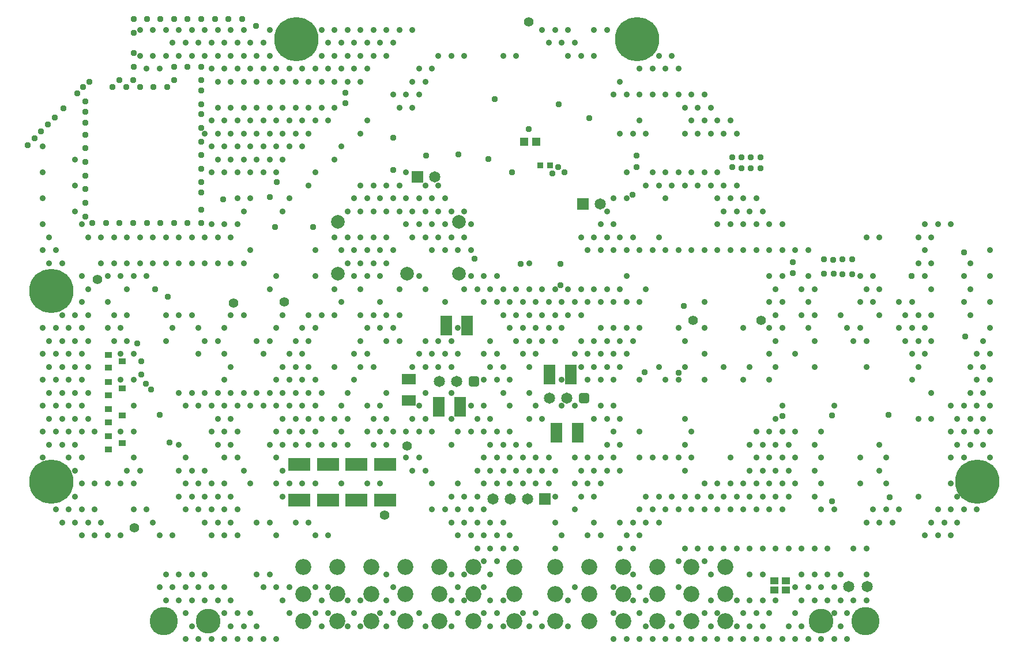
<source format=gbs>
G04*
G04 #@! TF.GenerationSoftware,Altium Limited,Altium Designer,21.8.1 (53)*
G04*
G04 Layer_Color=16711935*
%FSLAX25Y25*%
%MOIN*%
G70*
G04*
G04 #@! TF.SameCoordinates,51FB6EBF-7DE9-4BFC-9D62-BDCD563EF873*
G04*
G04*
G04 #@! TF.FilePolarity,Negative*
G04*
G01*
G75*
%ADD62R,0.04931X0.04931*%
%ADD65R,0.04537X0.04143*%
%ADD75R,0.04143X0.03750*%
G04:AMPARAMS|DCode=81|XSize=61.12mil|YSize=61.12mil|CornerRadius=16.78mil|HoleSize=0mil|Usage=FLASHONLY|Rotation=180.000|XOffset=0mil|YOffset=0mil|HoleType=Round|Shape=RoundedRectangle|*
%AMROUNDEDRECTD81*
21,1,0.06112,0.02756,0,0,180.0*
21,1,0.02756,0.06112,0,0,180.0*
1,1,0.03356,-0.01378,0.01378*
1,1,0.03356,0.01378,0.01378*
1,1,0.03356,0.01378,-0.01378*
1,1,0.03356,-0.01378,-0.01378*
%
%ADD81ROUNDEDRECTD81*%
%ADD82C,0.06506*%
%ADD83C,0.07900*%
%ADD84R,0.06506X0.06506*%
%ADD85C,0.09261*%
%ADD86C,0.03600*%
%ADD87C,0.03700*%
%ADD88C,0.05600*%
%ADD89C,0.25600*%
%ADD90C,0.14379*%
%ADD91C,0.16348*%
%ADD113R,0.06506X0.11624*%
%ADD114R,0.03356X0.03356*%
%ADD115R,0.13002X0.07608*%
%ADD116R,0.08080X0.05915*%
D62*
X622835Y535236D02*
D03*
X615748D02*
D03*
D65*
X760433Y276037D02*
D03*
X767126D02*
D03*
Y281181D02*
D03*
X760433D02*
D03*
D75*
X375590Y357368D02*
D03*
Y364848D02*
D03*
X383465Y361108D02*
D03*
X375590Y404485D02*
D03*
Y411966D02*
D03*
X383465Y408225D02*
D03*
X375590Y388779D02*
D03*
Y396260D02*
D03*
X383465Y392520D02*
D03*
X375590Y373074D02*
D03*
Y380554D02*
D03*
X383465Y376814D02*
D03*
D81*
X650551Y386811D02*
D03*
X586772Y396732D02*
D03*
D82*
X640551Y386811D02*
D03*
X630551D02*
D03*
X597717Y328740D02*
D03*
X607717D02*
D03*
X617717D02*
D03*
X659803Y499409D02*
D03*
X566772Y396732D02*
D03*
X576772D02*
D03*
X563976Y514961D02*
D03*
X803543Y277953D02*
D03*
X814173D02*
D03*
D83*
X508032Y489055D02*
D03*
X578031D02*
D03*
Y459055D02*
D03*
X548032D02*
D03*
X508032D02*
D03*
D84*
X627716Y328740D02*
D03*
X649803Y499409D02*
D03*
X553976Y514961D02*
D03*
D85*
X507874Y273622D02*
D03*
Y289370D02*
D03*
X732283D02*
D03*
Y273622D02*
D03*
Y257874D02*
D03*
X712598Y289370D02*
D03*
Y273622D02*
D03*
Y257874D02*
D03*
X692913Y289370D02*
D03*
Y273622D02*
D03*
Y257874D02*
D03*
X673228Y289370D02*
D03*
Y273622D02*
D03*
Y257874D02*
D03*
X653543Y289370D02*
D03*
Y273622D02*
D03*
Y257874D02*
D03*
X633858Y289370D02*
D03*
Y273622D02*
D03*
Y257874D02*
D03*
X610236Y289370D02*
D03*
Y273622D02*
D03*
Y257874D02*
D03*
X586614Y289370D02*
D03*
Y273622D02*
D03*
Y257874D02*
D03*
X566929Y289370D02*
D03*
Y273622D02*
D03*
Y257874D02*
D03*
X547244Y289370D02*
D03*
Y273622D02*
D03*
Y257874D02*
D03*
X527559Y289370D02*
D03*
Y273622D02*
D03*
Y257874D02*
D03*
X507874D02*
D03*
X488189Y289370D02*
D03*
Y273622D02*
D03*
Y257874D02*
D03*
D86*
X885000Y472500D02*
D03*
Y457500D02*
D03*
Y442500D02*
D03*
Y427500D02*
D03*
Y412500D02*
D03*
Y397500D02*
D03*
Y382500D02*
D03*
Y367500D02*
D03*
Y352500D02*
D03*
X881250Y420000D02*
D03*
X877500Y412500D02*
D03*
X881250Y405000D02*
D03*
X877500Y397500D02*
D03*
X881250Y390000D02*
D03*
X877500Y382500D02*
D03*
X881250Y375000D02*
D03*
X877500Y367500D02*
D03*
X881250Y360000D02*
D03*
X877500Y322500D02*
D03*
X873750Y465000D02*
D03*
X870000Y457500D02*
D03*
X873750Y450000D02*
D03*
X870000Y442500D02*
D03*
X873750Y435000D02*
D03*
Y405000D02*
D03*
Y390000D02*
D03*
X870000Y382500D02*
D03*
X873750Y375000D02*
D03*
X870000Y367500D02*
D03*
X873750Y360000D02*
D03*
X870000Y352500D02*
D03*
Y322500D02*
D03*
X862500Y487500D02*
D03*
Y382500D02*
D03*
X866250Y375000D02*
D03*
X862500Y367500D02*
D03*
X866250Y360000D02*
D03*
X862500Y352500D02*
D03*
Y337500D02*
D03*
X866250Y330000D02*
D03*
X862500Y322500D02*
D03*
X866250Y315000D02*
D03*
X862500Y307500D02*
D03*
X855000Y487500D02*
D03*
Y322500D02*
D03*
X858750Y315000D02*
D03*
X855000Y307500D02*
D03*
X847500Y487500D02*
D03*
X851250Y480000D02*
D03*
X847500Y472500D02*
D03*
X851250Y465000D02*
D03*
X847500Y457500D02*
D03*
X851250Y450000D02*
D03*
Y435000D02*
D03*
X847500Y427500D02*
D03*
X851250Y420000D02*
D03*
X847500Y412500D02*
D03*
X851250Y390000D02*
D03*
Y375000D02*
D03*
Y315000D02*
D03*
X847500Y307500D02*
D03*
X843750Y480000D02*
D03*
Y465000D02*
D03*
X840000Y442500D02*
D03*
X843750Y435000D02*
D03*
X840000Y427500D02*
D03*
X843750Y420000D02*
D03*
X840000Y412500D02*
D03*
X843750Y405000D02*
D03*
X840000Y397500D02*
D03*
X843750Y375000D02*
D03*
Y330000D02*
D03*
X832500Y442500D02*
D03*
X836250Y435000D02*
D03*
X832500Y427500D02*
D03*
X836250Y420000D02*
D03*
X832500Y322500D02*
D03*
X825000Y352500D02*
D03*
Y337500D02*
D03*
Y322500D02*
D03*
X828750Y315000D02*
D03*
X821250Y480000D02*
D03*
X817500Y457500D02*
D03*
X821250Y450000D02*
D03*
X817500Y442500D02*
D03*
X821250Y435000D02*
D03*
Y360000D02*
D03*
Y345000D02*
D03*
X817500Y322500D02*
D03*
X821250Y315000D02*
D03*
X813750Y480000D02*
D03*
X810000Y457500D02*
D03*
X813750Y450000D02*
D03*
X810000Y442500D02*
D03*
Y427500D02*
D03*
X813750Y420000D02*
D03*
Y405000D02*
D03*
X810000Y352500D02*
D03*
Y337500D02*
D03*
X813750Y315000D02*
D03*
Y300000D02*
D03*
Y285000D02*
D03*
Y270000D02*
D03*
X802500Y427500D02*
D03*
X806250Y420000D02*
D03*
Y300000D02*
D03*
Y270000D02*
D03*
X802500Y262500D02*
D03*
Y247500D02*
D03*
X798750Y435000D02*
D03*
X795000Y382500D02*
D03*
Y322500D02*
D03*
X798750Y285000D02*
D03*
X795000Y277500D02*
D03*
X798750Y270000D02*
D03*
X795000Y262500D02*
D03*
X798750Y255000D02*
D03*
X795000Y247500D02*
D03*
X787500Y367500D02*
D03*
Y352500D02*
D03*
Y337500D02*
D03*
Y322500D02*
D03*
X791250Y300000D02*
D03*
Y285000D02*
D03*
X787500Y277500D02*
D03*
X791250Y270000D02*
D03*
X787500Y247500D02*
D03*
X780000Y472500D02*
D03*
Y457500D02*
D03*
X783750Y450000D02*
D03*
X780000Y442500D02*
D03*
X783750Y435000D02*
D03*
X780000Y427500D02*
D03*
X783750Y420000D02*
D03*
Y405000D02*
D03*
Y360000D02*
D03*
Y345000D02*
D03*
Y330000D02*
D03*
Y300000D02*
D03*
Y285000D02*
D03*
X780000Y277500D02*
D03*
X783750Y270000D02*
D03*
X780000Y247500D02*
D03*
X772500Y472500D02*
D03*
X776250Y450000D02*
D03*
Y435000D02*
D03*
X772500Y412500D02*
D03*
Y367500D02*
D03*
Y352500D02*
D03*
Y337500D02*
D03*
X776250Y300000D02*
D03*
Y285000D02*
D03*
X772500Y277500D02*
D03*
X776250Y270000D02*
D03*
X772500Y262500D02*
D03*
X776250Y255000D02*
D03*
X772500Y247500D02*
D03*
X765000Y487500D02*
D03*
Y472500D02*
D03*
Y457500D02*
D03*
Y442500D02*
D03*
Y427500D02*
D03*
Y382500D02*
D03*
Y367500D02*
D03*
X768750Y360000D02*
D03*
X765000Y352500D02*
D03*
X768750Y345000D02*
D03*
X765000Y337500D02*
D03*
X768750Y330000D02*
D03*
X765000Y322500D02*
D03*
X768750Y300000D02*
D03*
Y255000D02*
D03*
X765000Y247500D02*
D03*
X757500Y487500D02*
D03*
Y472500D02*
D03*
Y457500D02*
D03*
X761250Y450000D02*
D03*
X757500Y442500D02*
D03*
X761250Y435000D02*
D03*
X757500Y427500D02*
D03*
X761250Y420000D02*
D03*
X757500Y412500D02*
D03*
X761250Y405000D02*
D03*
X757500Y397500D02*
D03*
X761250Y375000D02*
D03*
X757500Y367500D02*
D03*
X761250Y360000D02*
D03*
X757500Y352500D02*
D03*
X761250Y345000D02*
D03*
X757500Y337500D02*
D03*
X761250Y330000D02*
D03*
X757500Y322500D02*
D03*
X761250Y300000D02*
D03*
Y270000D02*
D03*
X757500Y262500D02*
D03*
Y247500D02*
D03*
X750000Y502500D02*
D03*
X753750Y495000D02*
D03*
X750000Y487500D02*
D03*
Y472500D02*
D03*
Y367500D02*
D03*
X753750Y360000D02*
D03*
X750000Y352500D02*
D03*
X753750Y345000D02*
D03*
X750000Y337500D02*
D03*
X753750Y330000D02*
D03*
X750000Y322500D02*
D03*
X753750Y300000D02*
D03*
Y285000D02*
D03*
Y270000D02*
D03*
X750000Y262500D02*
D03*
X753750Y255000D02*
D03*
X750000Y247500D02*
D03*
X742500Y502500D02*
D03*
X746250Y495000D02*
D03*
X742500Y487500D02*
D03*
Y472500D02*
D03*
Y427500D02*
D03*
X746250Y405000D02*
D03*
X742500Y397500D02*
D03*
X746250Y360000D02*
D03*
Y345000D02*
D03*
X742500Y337500D02*
D03*
X746250Y330000D02*
D03*
X742500Y322500D02*
D03*
X746250Y300000D02*
D03*
Y285000D02*
D03*
Y270000D02*
D03*
X742500Y262500D02*
D03*
X746250Y255000D02*
D03*
X742500Y247500D02*
D03*
X735000Y547500D02*
D03*
X738750Y540000D02*
D03*
Y510000D02*
D03*
X735000Y502500D02*
D03*
X738750Y495000D02*
D03*
X735000Y487500D02*
D03*
Y472500D02*
D03*
Y352500D02*
D03*
Y337500D02*
D03*
X738750Y330000D02*
D03*
X735000Y322500D02*
D03*
X738750Y300000D02*
D03*
Y270000D02*
D03*
Y255000D02*
D03*
X735000Y247500D02*
D03*
X727500Y547500D02*
D03*
X731250Y540000D02*
D03*
X727500Y517500D02*
D03*
X731250Y510000D02*
D03*
X727500Y502500D02*
D03*
X731250Y495000D02*
D03*
X727500Y487500D02*
D03*
Y472500D02*
D03*
X731250Y405000D02*
D03*
X727500Y337500D02*
D03*
X731250Y330000D02*
D03*
X727500Y322500D02*
D03*
X731250Y300000D02*
D03*
X727500Y262500D02*
D03*
Y247500D02*
D03*
X720000Y562500D02*
D03*
X723750Y555000D02*
D03*
X720000Y547500D02*
D03*
X723750Y540000D02*
D03*
X720000Y517500D02*
D03*
X723750Y510000D02*
D03*
X720000Y472500D02*
D03*
Y442500D02*
D03*
Y427500D02*
D03*
Y412500D02*
D03*
Y397500D02*
D03*
Y337500D02*
D03*
X723750Y330000D02*
D03*
X720000Y322500D02*
D03*
X723750Y300000D02*
D03*
X720000Y292500D02*
D03*
X723750Y285000D02*
D03*
Y270000D02*
D03*
X720000Y262500D02*
D03*
X723750Y255000D02*
D03*
X720000Y247500D02*
D03*
X712500Y562500D02*
D03*
X716250Y555000D02*
D03*
X712500Y547500D02*
D03*
X716250Y540000D02*
D03*
X712500Y517500D02*
D03*
X716250Y510000D02*
D03*
X712500Y472500D02*
D03*
Y367500D02*
D03*
Y352500D02*
D03*
X716250Y330000D02*
D03*
X712500Y322500D02*
D03*
X716250Y300000D02*
D03*
X712500Y247500D02*
D03*
X705000Y577500D02*
D03*
Y562500D02*
D03*
X708750Y555000D02*
D03*
Y540000D02*
D03*
X705000Y517500D02*
D03*
X708750Y510000D02*
D03*
X705000Y472500D02*
D03*
Y427500D02*
D03*
X708750Y420000D02*
D03*
Y405000D02*
D03*
X705000Y397500D02*
D03*
X708750Y375000D02*
D03*
Y360000D02*
D03*
X705000Y352500D02*
D03*
X708750Y345000D02*
D03*
Y330000D02*
D03*
X705000Y322500D02*
D03*
X708750Y300000D02*
D03*
X705000Y292500D02*
D03*
Y277500D02*
D03*
Y262500D02*
D03*
Y247500D02*
D03*
X701250Y585000D02*
D03*
X697500Y577500D02*
D03*
Y562500D02*
D03*
Y517500D02*
D03*
X701250Y510000D02*
D03*
X697500Y502500D02*
D03*
Y472500D02*
D03*
Y397500D02*
D03*
Y352500D02*
D03*
X701250Y330000D02*
D03*
X697500Y322500D02*
D03*
X701250Y255000D02*
D03*
X697500Y247500D02*
D03*
X693750Y585000D02*
D03*
X690000Y577500D02*
D03*
Y562500D02*
D03*
Y517500D02*
D03*
X693750Y510000D02*
D03*
Y480000D02*
D03*
X690000Y472500D02*
D03*
X693750Y405000D02*
D03*
X690000Y352500D02*
D03*
X693750Y330000D02*
D03*
X690000Y322500D02*
D03*
X693750Y315000D02*
D03*
X690000Y247500D02*
D03*
X682500Y577500D02*
D03*
Y562500D02*
D03*
Y547500D02*
D03*
X686250Y540000D02*
D03*
Y510000D02*
D03*
X682500Y472500D02*
D03*
X686250Y450000D02*
D03*
X682500Y442500D02*
D03*
Y427500D02*
D03*
Y397500D02*
D03*
Y367500D02*
D03*
Y352500D02*
D03*
X686250Y330000D02*
D03*
X682500Y322500D02*
D03*
X686250Y315000D02*
D03*
X682500Y307500D02*
D03*
Y277500D02*
D03*
X686250Y270000D02*
D03*
X682500Y262500D02*
D03*
X686250Y255000D02*
D03*
X682500Y247500D02*
D03*
X675000Y562500D02*
D03*
X678750Y540000D02*
D03*
X675000Y517500D02*
D03*
Y502500D02*
D03*
X678750Y480000D02*
D03*
X675000Y472500D02*
D03*
Y457500D02*
D03*
Y442500D02*
D03*
Y427500D02*
D03*
X678750Y420000D02*
D03*
X675000Y412500D02*
D03*
X678750Y315000D02*
D03*
X675000Y307500D02*
D03*
X678750Y300000D02*
D03*
Y285000D02*
D03*
Y270000D02*
D03*
X675000Y247500D02*
D03*
X671250Y570000D02*
D03*
X667500Y562500D02*
D03*
X671250Y540000D02*
D03*
X667500Y502500D02*
D03*
Y487500D02*
D03*
X671250Y480000D02*
D03*
X667500Y472500D02*
D03*
X671250Y450000D02*
D03*
X667500Y442500D02*
D03*
Y427500D02*
D03*
X671250Y420000D02*
D03*
X667500Y412500D02*
D03*
X671250Y405000D02*
D03*
X667500Y397500D02*
D03*
Y382500D02*
D03*
X671250Y375000D02*
D03*
X667500Y367500D02*
D03*
X671250Y360000D02*
D03*
X667500Y352500D02*
D03*
X671250Y345000D02*
D03*
Y315000D02*
D03*
Y300000D02*
D03*
X667500Y277500D02*
D03*
Y262500D02*
D03*
Y247500D02*
D03*
X663750Y600000D02*
D03*
Y495000D02*
D03*
X660000Y487500D02*
D03*
X663750Y480000D02*
D03*
X660000Y472500D02*
D03*
X663750Y450000D02*
D03*
X660000Y442500D02*
D03*
Y427500D02*
D03*
X663750Y420000D02*
D03*
X660000Y412500D02*
D03*
X663750Y405000D02*
D03*
X660000Y397500D02*
D03*
Y382500D02*
D03*
X663750Y375000D02*
D03*
Y360000D02*
D03*
X660000Y352500D02*
D03*
X663750Y345000D02*
D03*
X660000Y337500D02*
D03*
Y307500D02*
D03*
X656250Y600000D02*
D03*
Y585000D02*
D03*
Y480000D02*
D03*
X652500Y472500D02*
D03*
X656250Y450000D02*
D03*
X652500Y442500D02*
D03*
X656250Y420000D02*
D03*
X652500Y412500D02*
D03*
X656250Y405000D02*
D03*
X652500Y397500D02*
D03*
X656250Y375000D02*
D03*
X652500Y352500D02*
D03*
X656250Y345000D02*
D03*
X652500Y337500D02*
D03*
X656250Y330000D02*
D03*
Y315000D02*
D03*
X652500Y307500D02*
D03*
X645000Y592500D02*
D03*
X648750Y585000D02*
D03*
Y480000D02*
D03*
Y450000D02*
D03*
X645000Y442500D02*
D03*
X648750Y435000D02*
D03*
Y420000D02*
D03*
X645000Y412500D02*
D03*
X648750Y405000D02*
D03*
X645000Y382500D02*
D03*
Y352500D02*
D03*
X648750Y345000D02*
D03*
X645000Y337500D02*
D03*
X648750Y330000D02*
D03*
X645000Y322500D02*
D03*
Y277500D02*
D03*
X641250Y600000D02*
D03*
X637500Y592500D02*
D03*
X641250Y585000D02*
D03*
Y450000D02*
D03*
X637500Y442500D02*
D03*
X641250Y435000D02*
D03*
X637500Y427500D02*
D03*
Y397500D02*
D03*
Y382500D02*
D03*
Y307500D02*
D03*
X641250Y270000D02*
D03*
Y255000D02*
D03*
X633750Y600000D02*
D03*
X630000Y592500D02*
D03*
X633750Y450000D02*
D03*
X630000Y442500D02*
D03*
X633750Y435000D02*
D03*
X630000Y427500D02*
D03*
X633750Y420000D02*
D03*
X630000Y352500D02*
D03*
X633750Y345000D02*
D03*
X630000Y337500D02*
D03*
X633750Y330000D02*
D03*
Y315000D02*
D03*
Y300000D02*
D03*
X626250Y600000D02*
D03*
Y450000D02*
D03*
X622500Y442500D02*
D03*
X626250Y435000D02*
D03*
X622500Y427500D02*
D03*
X626250Y420000D02*
D03*
X622500Y412500D02*
D03*
Y382500D02*
D03*
X626250Y375000D02*
D03*
X622500Y352500D02*
D03*
X626250Y345000D02*
D03*
X622500Y337500D02*
D03*
Y262500D02*
D03*
X626250Y255000D02*
D03*
X618750Y465000D02*
D03*
Y450000D02*
D03*
X615000Y442500D02*
D03*
X618750Y435000D02*
D03*
X615000Y427500D02*
D03*
X618750Y420000D02*
D03*
X615000Y412500D02*
D03*
X618750Y405000D02*
D03*
Y390000D02*
D03*
Y375000D02*
D03*
Y360000D02*
D03*
X615000Y352500D02*
D03*
X618750Y345000D02*
D03*
X615000Y337500D02*
D03*
Y262500D02*
D03*
X618750Y255000D02*
D03*
X611250Y585000D02*
D03*
Y450000D02*
D03*
X607500Y442500D02*
D03*
X611250Y435000D02*
D03*
X607500Y427500D02*
D03*
X611250Y420000D02*
D03*
X607500Y397500D02*
D03*
Y382500D02*
D03*
Y367500D02*
D03*
X611250Y360000D02*
D03*
X607500Y352500D02*
D03*
X611250Y345000D02*
D03*
X607500Y337500D02*
D03*
Y307500D02*
D03*
X611250Y300000D02*
D03*
X603750Y585000D02*
D03*
X600000Y457500D02*
D03*
X603750Y450000D02*
D03*
X600000Y442500D02*
D03*
X603750Y435000D02*
D03*
X600000Y412500D02*
D03*
X603750Y405000D02*
D03*
X600000Y397500D02*
D03*
X603750Y390000D02*
D03*
X600000Y367500D02*
D03*
X603750Y360000D02*
D03*
X600000Y352500D02*
D03*
X603750Y345000D02*
D03*
X600000Y337500D02*
D03*
X603750Y315000D02*
D03*
X600000Y307500D02*
D03*
X603750Y300000D02*
D03*
X600000Y292500D02*
D03*
X603750Y270000D02*
D03*
X600000Y262500D02*
D03*
X603750Y255000D02*
D03*
X592500Y457500D02*
D03*
X596250Y450000D02*
D03*
X592500Y442500D02*
D03*
X596250Y420000D02*
D03*
X592500Y412500D02*
D03*
X596250Y405000D02*
D03*
X592500Y397500D02*
D03*
Y382500D02*
D03*
X596250Y375000D02*
D03*
X592500Y367500D02*
D03*
X596250Y360000D02*
D03*
X592500Y352500D02*
D03*
X596250Y345000D02*
D03*
X592500Y337500D02*
D03*
Y322500D02*
D03*
X596250Y315000D02*
D03*
X592500Y307500D02*
D03*
X596250Y300000D02*
D03*
X592500Y292500D02*
D03*
X596250Y285000D02*
D03*
X592500Y277500D02*
D03*
X596250Y270000D02*
D03*
X592500Y262500D02*
D03*
X596250Y255000D02*
D03*
X585000Y487500D02*
D03*
Y472500D02*
D03*
Y457500D02*
D03*
X588750Y450000D02*
D03*
X585000Y382500D02*
D03*
X588750Y375000D02*
D03*
X585000Y367500D02*
D03*
X588750Y345000D02*
D03*
Y330000D02*
D03*
X585000Y322500D02*
D03*
X588750Y315000D02*
D03*
X585000Y307500D02*
D03*
X588750Y300000D02*
D03*
X581250Y585000D02*
D03*
Y495000D02*
D03*
Y480000D02*
D03*
X577500Y472500D02*
D03*
X581250Y450000D02*
D03*
X577500Y427500D02*
D03*
Y412500D02*
D03*
Y367500D02*
D03*
Y337500D02*
D03*
X581250Y330000D02*
D03*
X577500Y322500D02*
D03*
X581250Y315000D02*
D03*
X577500Y307500D02*
D03*
X581250Y285000D02*
D03*
X577500Y277500D02*
D03*
X581250Y270000D02*
D03*
X577500Y262500D02*
D03*
X573750Y585000D02*
D03*
X570000Y502500D02*
D03*
X573750Y495000D02*
D03*
X570000Y487500D02*
D03*
X573750Y480000D02*
D03*
X570000Y472500D02*
D03*
Y442500D02*
D03*
X573750Y420000D02*
D03*
X570000Y412500D02*
D03*
X573750Y405000D02*
D03*
Y390000D02*
D03*
Y375000D02*
D03*
Y360000D02*
D03*
Y330000D02*
D03*
X570000Y322500D02*
D03*
X573750Y315000D02*
D03*
Y285000D02*
D03*
Y270000D02*
D03*
Y255000D02*
D03*
X566250Y585000D02*
D03*
X562500Y577500D02*
D03*
X566250Y510000D02*
D03*
X562500Y502500D02*
D03*
X566250Y495000D02*
D03*
X562500Y487500D02*
D03*
X566250Y480000D02*
D03*
X562500Y472500D02*
D03*
X566250Y420000D02*
D03*
X562500Y412500D02*
D03*
X566250Y405000D02*
D03*
X562500Y367500D02*
D03*
Y337500D02*
D03*
Y322500D02*
D03*
X555000Y577500D02*
D03*
X558750Y570000D02*
D03*
X555000Y562500D02*
D03*
X558750Y510000D02*
D03*
X555000Y502500D02*
D03*
X558750Y495000D02*
D03*
X555000Y487500D02*
D03*
X558750Y480000D02*
D03*
X555000Y457500D02*
D03*
X558750Y450000D02*
D03*
Y420000D02*
D03*
X555000Y412500D02*
D03*
X558750Y405000D02*
D03*
Y390000D02*
D03*
X555000Y382500D02*
D03*
X558750Y375000D02*
D03*
X555000Y367500D02*
D03*
Y352500D02*
D03*
X558750Y345000D02*
D03*
X555000Y262500D02*
D03*
X558750Y255000D02*
D03*
X551250Y600000D02*
D03*
Y570000D02*
D03*
X547500Y562500D02*
D03*
X551250Y555000D02*
D03*
X547500Y517500D02*
D03*
Y502500D02*
D03*
X551250Y495000D02*
D03*
X547500Y487500D02*
D03*
X551250Y480000D02*
D03*
Y405000D02*
D03*
Y375000D02*
D03*
X547500Y367500D02*
D03*
Y352500D02*
D03*
X551250Y345000D02*
D03*
X543750Y600000D02*
D03*
X540000Y592500D02*
D03*
Y562500D02*
D03*
X543750Y555000D02*
D03*
Y510000D02*
D03*
X540000Y502500D02*
D03*
X543750Y495000D02*
D03*
X540000Y472500D02*
D03*
X543750Y450000D02*
D03*
Y435000D02*
D03*
X540000Y427500D02*
D03*
X543750Y420000D02*
D03*
X540000Y367500D02*
D03*
Y277500D02*
D03*
Y262500D02*
D03*
X536250Y600000D02*
D03*
X532500Y592500D02*
D03*
X536250Y585000D02*
D03*
Y510000D02*
D03*
X532500Y502500D02*
D03*
X536250Y495000D02*
D03*
Y480000D02*
D03*
X532500Y472500D02*
D03*
X536250Y465000D02*
D03*
X532500Y457500D02*
D03*
Y442500D02*
D03*
X536250Y435000D02*
D03*
X532500Y427500D02*
D03*
X536250Y420000D02*
D03*
Y390000D02*
D03*
X532500Y382500D02*
D03*
X536250Y375000D02*
D03*
X532500Y367500D02*
D03*
X536250Y360000D02*
D03*
X532500Y337500D02*
D03*
X536250Y285000D02*
D03*
Y270000D02*
D03*
X532500Y262500D02*
D03*
X536250Y255000D02*
D03*
X528750Y600000D02*
D03*
X525000Y592500D02*
D03*
X528750Y585000D02*
D03*
X525000Y577500D02*
D03*
Y547500D02*
D03*
X528750Y510000D02*
D03*
X525000Y502500D02*
D03*
X528750Y495000D02*
D03*
Y480000D02*
D03*
X525000Y472500D02*
D03*
X528750Y465000D02*
D03*
X525000Y457500D02*
D03*
X528750Y435000D02*
D03*
X525000Y427500D02*
D03*
Y412500D02*
D03*
X528750Y405000D02*
D03*
X525000Y382500D02*
D03*
X528750Y375000D02*
D03*
X525000Y367500D02*
D03*
X528750Y360000D02*
D03*
X525000Y337500D02*
D03*
X521250Y600000D02*
D03*
X517500Y592500D02*
D03*
X521250Y585000D02*
D03*
X517500Y577500D02*
D03*
X521250Y570000D02*
D03*
Y540000D02*
D03*
Y510000D02*
D03*
X517500Y502500D02*
D03*
X521250Y495000D02*
D03*
Y480000D02*
D03*
X517500Y472500D02*
D03*
X521250Y465000D02*
D03*
X517500Y457500D02*
D03*
X521250Y450000D02*
D03*
Y435000D02*
D03*
Y420000D02*
D03*
X517500Y412500D02*
D03*
X521250Y405000D02*
D03*
X517500Y397500D02*
D03*
X521250Y270000D02*
D03*
X517500Y262500D02*
D03*
X521250Y255000D02*
D03*
X513750Y600000D02*
D03*
X510000Y592500D02*
D03*
X513750Y585000D02*
D03*
X510000Y577500D02*
D03*
X513750Y570000D02*
D03*
X510000Y532500D02*
D03*
X513750Y495000D02*
D03*
Y480000D02*
D03*
X510000Y472500D02*
D03*
X513750Y465000D02*
D03*
X510000Y442500D02*
D03*
X513750Y390000D02*
D03*
X510000Y382500D02*
D03*
X513750Y375000D02*
D03*
X510000Y367500D02*
D03*
X513750Y360000D02*
D03*
X510000Y337500D02*
D03*
X513750Y270000D02*
D03*
Y255000D02*
D03*
X506250Y600000D02*
D03*
X502500Y592500D02*
D03*
X506250Y585000D02*
D03*
X502500Y577500D02*
D03*
X506250Y570000D02*
D03*
Y555000D02*
D03*
X502500Y547500D02*
D03*
X506250Y525000D02*
D03*
Y480000D02*
D03*
Y450000D02*
D03*
Y435000D02*
D03*
Y405000D02*
D03*
Y375000D02*
D03*
Y360000D02*
D03*
X502500Y307500D02*
D03*
Y277500D02*
D03*
Y262500D02*
D03*
X498750Y600000D02*
D03*
Y585000D02*
D03*
X495000Y577500D02*
D03*
X498750Y570000D02*
D03*
Y555000D02*
D03*
X495000Y547500D02*
D03*
Y517500D02*
D03*
Y472500D02*
D03*
Y457500D02*
D03*
X498750Y435000D02*
D03*
X495000Y427500D02*
D03*
Y397500D02*
D03*
X498750Y390000D02*
D03*
X495000Y382500D02*
D03*
X498750Y375000D02*
D03*
X495000Y367500D02*
D03*
X498750Y360000D02*
D03*
X495000Y337500D02*
D03*
Y307500D02*
D03*
Y277500D02*
D03*
X498750Y270000D02*
D03*
X495000Y262500D02*
D03*
X498750Y255000D02*
D03*
X487500Y577500D02*
D03*
X491250Y570000D02*
D03*
Y555000D02*
D03*
X487500Y547500D02*
D03*
X491250Y540000D02*
D03*
X487500Y532500D02*
D03*
X491250Y510000D02*
D03*
Y435000D02*
D03*
X487500Y427500D02*
D03*
X491250Y420000D02*
D03*
X487500Y412500D02*
D03*
X491250Y405000D02*
D03*
X487500Y397500D02*
D03*
X491250Y390000D02*
D03*
X487500Y382500D02*
D03*
X491250Y375000D02*
D03*
X487500Y367500D02*
D03*
X491250Y360000D02*
D03*
X487500Y337500D02*
D03*
X491250Y315000D02*
D03*
X480000Y577500D02*
D03*
X483750Y570000D02*
D03*
Y555000D02*
D03*
X480000Y547500D02*
D03*
X483750Y540000D02*
D03*
X480000Y532500D02*
D03*
Y502500D02*
D03*
X483750Y420000D02*
D03*
X480000Y412500D02*
D03*
X483750Y405000D02*
D03*
X480000Y397500D02*
D03*
X483750Y390000D02*
D03*
X480000Y382500D02*
D03*
X483750Y375000D02*
D03*
X480000Y367500D02*
D03*
X483750Y360000D02*
D03*
X480000Y337500D02*
D03*
X483750Y315000D02*
D03*
X480000Y277500D02*
D03*
Y262500D02*
D03*
X472500Y577500D02*
D03*
X476250Y570000D02*
D03*
Y555000D02*
D03*
X472500Y547500D02*
D03*
X476250Y540000D02*
D03*
X472500Y532500D02*
D03*
X476250Y525000D02*
D03*
X472500Y517500D02*
D03*
X476250Y495000D02*
D03*
X472500Y457500D02*
D03*
X476250Y435000D02*
D03*
X472500Y427500D02*
D03*
X476250Y405000D02*
D03*
X472500Y397500D02*
D03*
X476250Y390000D02*
D03*
X472500Y382500D02*
D03*
X476250Y375000D02*
D03*
X472500Y367500D02*
D03*
X476250Y360000D02*
D03*
X472500Y352500D02*
D03*
X476250Y345000D02*
D03*
X472500Y337500D02*
D03*
X476250Y330000D02*
D03*
X472500Y307500D02*
D03*
Y277500D02*
D03*
X476250Y270000D02*
D03*
X472500Y247500D02*
D03*
X468750Y600000D02*
D03*
X465000Y592500D02*
D03*
X468750Y585000D02*
D03*
X465000Y577500D02*
D03*
X468750Y570000D02*
D03*
Y555000D02*
D03*
X465000Y547500D02*
D03*
X468750Y540000D02*
D03*
X465000Y532500D02*
D03*
X468750Y525000D02*
D03*
X465000Y517500D02*
D03*
X468750Y450000D02*
D03*
Y420000D02*
D03*
X465000Y412500D02*
D03*
X468750Y390000D02*
D03*
X465000Y382500D02*
D03*
X468750Y360000D02*
D03*
Y315000D02*
D03*
Y285000D02*
D03*
X465000Y277500D02*
D03*
Y247500D02*
D03*
X457500Y592500D02*
D03*
X461250Y585000D02*
D03*
X457500Y577500D02*
D03*
X461250Y570000D02*
D03*
Y555000D02*
D03*
X457500Y547500D02*
D03*
X461250Y540000D02*
D03*
X457500Y532500D02*
D03*
X461250Y525000D02*
D03*
X457500Y517500D02*
D03*
Y502500D02*
D03*
Y472500D02*
D03*
X461250Y420000D02*
D03*
Y390000D02*
D03*
X457500Y382500D02*
D03*
Y337500D02*
D03*
X461250Y315000D02*
D03*
Y285000D02*
D03*
X457500Y262500D02*
D03*
X461250Y255000D02*
D03*
X457500Y247500D02*
D03*
X453750Y600000D02*
D03*
X450000Y592500D02*
D03*
X453750Y585000D02*
D03*
X450000Y577500D02*
D03*
X453750Y570000D02*
D03*
Y555000D02*
D03*
X450000Y547500D02*
D03*
X453750Y540000D02*
D03*
X450000Y532500D02*
D03*
X453750Y525000D02*
D03*
X450000Y517500D02*
D03*
Y502500D02*
D03*
X453750Y495000D02*
D03*
X450000Y487500D02*
D03*
X453750Y465000D02*
D03*
Y435000D02*
D03*
Y390000D02*
D03*
X450000Y382500D02*
D03*
Y367500D02*
D03*
Y352500D02*
D03*
X453750Y345000D02*
D03*
X450000Y322500D02*
D03*
Y307500D02*
D03*
Y262500D02*
D03*
X453750Y255000D02*
D03*
X450000Y247500D02*
D03*
X446250Y600000D02*
D03*
X442500Y592500D02*
D03*
X446250Y585000D02*
D03*
X442500Y577500D02*
D03*
X446250Y570000D02*
D03*
Y555000D02*
D03*
X442500Y547500D02*
D03*
X446250Y540000D02*
D03*
X442500Y532500D02*
D03*
X446250Y525000D02*
D03*
X442500Y517500D02*
D03*
Y487500D02*
D03*
X446250Y480000D02*
D03*
Y465000D02*
D03*
Y435000D02*
D03*
X442500Y427500D02*
D03*
Y412500D02*
D03*
X446250Y405000D02*
D03*
X442500Y397500D02*
D03*
X446250Y390000D02*
D03*
X442500Y382500D02*
D03*
X446250Y375000D02*
D03*
X442500Y367500D02*
D03*
X446250Y360000D02*
D03*
X442500Y352500D02*
D03*
Y337500D02*
D03*
X446250Y330000D02*
D03*
X442500Y322500D02*
D03*
X446250Y315000D02*
D03*
X442500Y307500D02*
D03*
Y277500D02*
D03*
X446250Y270000D02*
D03*
X442500Y262500D02*
D03*
X446250Y255000D02*
D03*
X442500Y247500D02*
D03*
X438750Y600000D02*
D03*
X435000Y592500D02*
D03*
X438750Y585000D02*
D03*
X435000Y577500D02*
D03*
X438750Y570000D02*
D03*
Y555000D02*
D03*
X435000Y547500D02*
D03*
X438750Y540000D02*
D03*
X435000Y532500D02*
D03*
X438750Y525000D02*
D03*
X435000Y517500D02*
D03*
Y487500D02*
D03*
X438750Y480000D02*
D03*
Y465000D02*
D03*
Y420000D02*
D03*
Y390000D02*
D03*
X435000Y382500D02*
D03*
X438750Y375000D02*
D03*
X435000Y367500D02*
D03*
X438750Y360000D02*
D03*
X435000Y337500D02*
D03*
X438750Y330000D02*
D03*
X435000Y322500D02*
D03*
X438750Y315000D02*
D03*
X435000Y307500D02*
D03*
Y277500D02*
D03*
X438750Y270000D02*
D03*
X435000Y247500D02*
D03*
X431250Y600000D02*
D03*
X427500Y592500D02*
D03*
X431250Y585000D02*
D03*
Y540000D02*
D03*
Y480000D02*
D03*
Y465000D02*
D03*
X427500Y427500D02*
D03*
X431250Y420000D02*
D03*
X427500Y412500D02*
D03*
X431250Y390000D02*
D03*
X427500Y382500D02*
D03*
X431250Y345000D02*
D03*
X427500Y337500D02*
D03*
X431250Y330000D02*
D03*
X427500Y322500D02*
D03*
X431250Y315000D02*
D03*
Y285000D02*
D03*
X427500Y277500D02*
D03*
X431250Y270000D02*
D03*
X427500Y247500D02*
D03*
X423750Y600000D02*
D03*
X420000Y592500D02*
D03*
X423750Y585000D02*
D03*
Y480000D02*
D03*
Y465000D02*
D03*
Y435000D02*
D03*
Y390000D02*
D03*
X420000Y382500D02*
D03*
Y352500D02*
D03*
X423750Y345000D02*
D03*
X420000Y337500D02*
D03*
X423750Y330000D02*
D03*
X420000Y322500D02*
D03*
X423750Y285000D02*
D03*
X420000Y277500D02*
D03*
X423750Y270000D02*
D03*
X420000Y262500D02*
D03*
X423750Y255000D02*
D03*
X420000Y247500D02*
D03*
X416250Y600000D02*
D03*
X412500Y592500D02*
D03*
X416250Y585000D02*
D03*
Y480000D02*
D03*
Y465000D02*
D03*
Y435000D02*
D03*
X412500Y427500D02*
D03*
X416250Y390000D02*
D03*
Y360000D02*
D03*
Y345000D02*
D03*
Y330000D02*
D03*
X412500Y307500D02*
D03*
X416250Y285000D02*
D03*
X412500Y277500D02*
D03*
X416250Y270000D02*
D03*
X408750Y600000D02*
D03*
Y585000D02*
D03*
X405000Y577500D02*
D03*
X408750Y480000D02*
D03*
Y465000D02*
D03*
Y435000D02*
D03*
Y420000D02*
D03*
X405000Y307500D02*
D03*
X408750Y285000D02*
D03*
X405000Y277500D02*
D03*
X408750Y270000D02*
D03*
X401250Y600000D02*
D03*
Y585000D02*
D03*
X397500Y577500D02*
D03*
X401250Y480000D02*
D03*
Y465000D02*
D03*
X397500Y457500D02*
D03*
Y322500D02*
D03*
X401250Y315000D02*
D03*
X393750Y600000D02*
D03*
Y585000D02*
D03*
Y480000D02*
D03*
Y465000D02*
D03*
X390000Y457500D02*
D03*
Y412500D02*
D03*
Y397500D02*
D03*
Y382500D02*
D03*
Y367500D02*
D03*
Y352500D02*
D03*
X393750Y345000D02*
D03*
X390000Y337500D02*
D03*
Y322500D02*
D03*
X386250Y480000D02*
D03*
Y465000D02*
D03*
X382500Y457500D02*
D03*
X386250Y450000D02*
D03*
Y435000D02*
D03*
X382500Y427500D02*
D03*
X386250Y420000D02*
D03*
X382500Y412500D02*
D03*
Y397500D02*
D03*
Y367500D02*
D03*
X386250Y345000D02*
D03*
X382500Y337500D02*
D03*
Y307500D02*
D03*
X378750Y480000D02*
D03*
Y465000D02*
D03*
X375000Y457500D02*
D03*
Y442500D02*
D03*
X378750Y435000D02*
D03*
X375000Y427500D02*
D03*
X378750Y420000D02*
D03*
X375000Y337500D02*
D03*
Y307500D02*
D03*
X371250Y480000D02*
D03*
Y465000D02*
D03*
X367500Y367500D02*
D03*
Y337500D02*
D03*
Y322500D02*
D03*
X371250Y315000D02*
D03*
X367500Y307500D02*
D03*
X360000Y487500D02*
D03*
X363750Y480000D02*
D03*
X360000Y457500D02*
D03*
X363750Y450000D02*
D03*
X360000Y442500D02*
D03*
X363750Y435000D02*
D03*
X360000Y427500D02*
D03*
X363750Y420000D02*
D03*
X360000Y412500D02*
D03*
X363750Y405000D02*
D03*
X360000Y397500D02*
D03*
X363750Y390000D02*
D03*
X360000Y382500D02*
D03*
X363750Y375000D02*
D03*
X360000Y367500D02*
D03*
Y352500D02*
D03*
Y337500D02*
D03*
Y322500D02*
D03*
X363750Y315000D02*
D03*
X360000Y307500D02*
D03*
X356250Y525000D02*
D03*
Y510000D02*
D03*
Y495000D02*
D03*
Y435000D02*
D03*
X352500Y427500D02*
D03*
X356250Y420000D02*
D03*
X352500Y412500D02*
D03*
X356250Y405000D02*
D03*
X352500Y397500D02*
D03*
X356250Y390000D02*
D03*
X352500Y382500D02*
D03*
X356250Y375000D02*
D03*
X352500Y367500D02*
D03*
X356250Y360000D02*
D03*
X352500Y352500D02*
D03*
X356250Y345000D02*
D03*
Y330000D02*
D03*
X352500Y322500D02*
D03*
X356250Y315000D02*
D03*
X345000Y472500D02*
D03*
X348750Y465000D02*
D03*
Y435000D02*
D03*
X345000Y427500D02*
D03*
X348750Y420000D02*
D03*
X345000Y412500D02*
D03*
X348750Y405000D02*
D03*
X345000Y397500D02*
D03*
X348750Y390000D02*
D03*
X345000Y382500D02*
D03*
X348750Y375000D02*
D03*
X345000Y367500D02*
D03*
X348750Y360000D02*
D03*
X345000Y322500D02*
D03*
X348750Y315000D02*
D03*
X337500Y532500D02*
D03*
Y517500D02*
D03*
Y502500D02*
D03*
Y487500D02*
D03*
X341250Y480000D02*
D03*
X337500Y472500D02*
D03*
X341250Y465000D02*
D03*
X337500Y427500D02*
D03*
X341250Y420000D02*
D03*
X337500Y412500D02*
D03*
X341250Y405000D02*
D03*
X337500Y397500D02*
D03*
X341250Y390000D02*
D03*
X337500Y382500D02*
D03*
X341250Y375000D02*
D03*
X337500Y367500D02*
D03*
X341250Y360000D02*
D03*
X337500Y352500D02*
D03*
D87*
X764961Y376772D02*
D03*
X678346Y504724D02*
D03*
X587008Y467717D02*
D03*
X653543Y548819D02*
D03*
X613779Y464567D02*
D03*
X381890Y570866D02*
D03*
X397244Y395276D02*
D03*
X394488Y400787D02*
D03*
X409842Y445669D02*
D03*
X392126Y418504D02*
D03*
X394488Y408268D02*
D03*
X400000Y392126D02*
D03*
X405118Y377165D02*
D03*
X410630Y361417D02*
D03*
X471654Y485827D02*
D03*
X402559Y449803D02*
D03*
X826378Y377165D02*
D03*
X870669Y422638D02*
D03*
X559055Y527165D02*
D03*
X638976Y517717D02*
D03*
X635827Y557087D02*
D03*
X598819Y559842D02*
D03*
X595276Y525197D02*
D03*
X608661Y517717D02*
D03*
X632283Y516929D02*
D03*
X635433Y520472D02*
D03*
X752362Y526378D02*
D03*
Y520079D02*
D03*
X746850Y526378D02*
D03*
Y520079D02*
D03*
X741339Y526378D02*
D03*
Y520079D02*
D03*
X736221Y526378D02*
D03*
Y520472D02*
D03*
X512598Y563779D02*
D03*
Y557480D02*
D03*
X472835Y511811D02*
D03*
X468898Y503150D02*
D03*
X618504Y542520D02*
D03*
X493696Y485822D02*
D03*
X540158Y537795D02*
D03*
X539961Y518898D02*
D03*
X577756Y527953D02*
D03*
X680905Y520472D02*
D03*
Y527165D02*
D03*
X805315Y467323D02*
D03*
Y458661D02*
D03*
X799803Y467323D02*
D03*
Y458661D02*
D03*
X794488Y467126D02*
D03*
X794685Y458858D02*
D03*
X789173Y467323D02*
D03*
Y459055D02*
D03*
X636811Y452362D02*
D03*
Y464764D02*
D03*
X771063Y465748D02*
D03*
X771260Y459252D02*
D03*
X839764Y457677D02*
D03*
X826968Y329724D02*
D03*
X793701Y327362D02*
D03*
Y376969D02*
D03*
X870079Y471457D02*
D03*
X364567Y570079D02*
D03*
X360630Y566929D02*
D03*
X357480Y563386D02*
D03*
X708268Y440158D02*
D03*
X685433Y401968D02*
D03*
X362205Y558661D02*
D03*
X705118Y401575D02*
D03*
X460630Y602362D02*
D03*
X452756Y606299D02*
D03*
X444882D02*
D03*
X437008D02*
D03*
X421260D02*
D03*
X429134D02*
D03*
X413386D02*
D03*
X405512D02*
D03*
X397638D02*
D03*
X390158D02*
D03*
Y598425D02*
D03*
Y586614D02*
D03*
Y578740D02*
D03*
X389764Y570866D02*
D03*
X377953Y566929D02*
D03*
X385827D02*
D03*
X393701D02*
D03*
X401575D02*
D03*
X409449D02*
D03*
X413386Y570866D02*
D03*
Y578740D02*
D03*
X421260D02*
D03*
X429134D02*
D03*
X349606Y554724D02*
D03*
X344488Y549213D02*
D03*
X340551Y545276D02*
D03*
X336614Y541339D02*
D03*
X332677Y537402D02*
D03*
X328740Y533465D02*
D03*
X362205Y546260D02*
D03*
X429134Y505905D02*
D03*
X362205Y552756D02*
D03*
Y539370D02*
D03*
Y531496D02*
D03*
Y523622D02*
D03*
Y515748D02*
D03*
Y507874D02*
D03*
Y500000D02*
D03*
Y492126D02*
D03*
X366142Y488189D02*
D03*
X374016D02*
D03*
X381890D02*
D03*
X389764D02*
D03*
X397638D02*
D03*
X405512D02*
D03*
X413386D02*
D03*
X421260D02*
D03*
X429134D02*
D03*
Y496063D02*
D03*
Y511811D02*
D03*
Y519685D02*
D03*
Y527559D02*
D03*
Y535433D02*
D03*
Y543307D02*
D03*
Y551181D02*
D03*
Y557087D02*
D03*
Y570866D02*
D03*
Y564961D02*
D03*
X441929Y501968D02*
D03*
D88*
X618504Y604724D02*
D03*
X477165Y442520D02*
D03*
X447825Y441919D02*
D03*
X390453Y311811D02*
D03*
X535039Y319291D02*
D03*
X369094Y455709D02*
D03*
X548228Y359252D02*
D03*
X713583Y432087D02*
D03*
X752953D02*
D03*
D89*
X484252Y594488D02*
D03*
X342520Y448819D02*
D03*
Y338583D02*
D03*
X877953D02*
D03*
X681102Y594488D02*
D03*
D90*
X787402Y257874D02*
D03*
X433071D02*
D03*
D91*
X812992D02*
D03*
X407480D02*
D03*
D113*
X630512Y400591D02*
D03*
X642717D02*
D03*
X646654Y367126D02*
D03*
X634449D02*
D03*
X566535Y381890D02*
D03*
X578740D02*
D03*
X570669Y429134D02*
D03*
X582874D02*
D03*
D114*
X630709Y521654D02*
D03*
X625197D02*
D03*
D115*
X535433Y327894D02*
D03*
Y348484D02*
D03*
X518898D02*
D03*
Y327894D02*
D03*
X502362Y348484D02*
D03*
Y327894D02*
D03*
X485827D02*
D03*
Y348484D02*
D03*
D116*
X549213Y397835D02*
D03*
Y385630D02*
D03*
M02*

</source>
